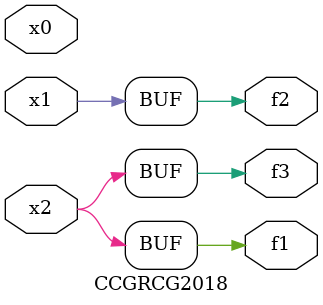
<source format=v>
module CCGRCG2018(
	input x0, x1, x2,
	output f1, f2, f3
);
	assign f1 = x2;
	assign f2 = x1;
	assign f3 = x2;
endmodule

</source>
